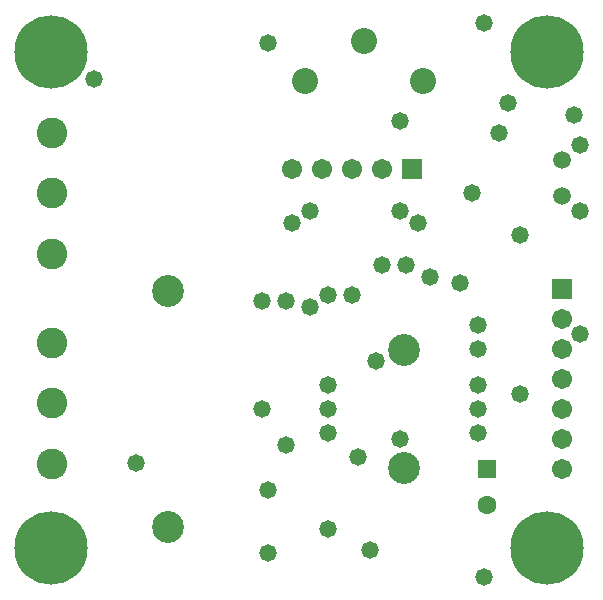
<source format=gts>
%FSLAX25Y25*%
%MOIN*%
G70*
G01*
G75*
G04 Layer_Color=8388736*
%ADD10C,0.02000*%
%ADD11C,0.03000*%
%ADD12C,0.10000*%
%ADD13C,0.05000*%
%ADD14C,0.07874*%
%ADD15C,0.09843*%
%ADD16C,0.05906*%
%ADD17R,0.05906X0.05906*%
%ADD18C,0.05118*%
%ADD19R,0.05512X0.05512*%
%ADD20C,0.05512*%
%ADD21C,0.23622*%
%ADD22R,0.05906X0.05906*%
%ADD23C,0.09449*%
%ADD24C,0.05000*%
%ADD25R,0.04724X0.05512*%
%ADD26R,0.05906X0.02362*%
%ADD27R,0.02362X0.05906*%
%ADD28R,0.04724X0.03543*%
%ADD29R,0.04803X0.03583*%
%ADD30R,0.23622X0.23622*%
%ADD31R,0.06299X0.11811*%
%ADD32R,0.03543X0.04724*%
%ADD33R,0.05512X0.04724*%
%ADD34R,0.06693X0.05512*%
%ADD35R,0.05512X0.06693*%
%ADD36R,0.03583X0.04803*%
%ADD37R,0.04370X0.03583*%
%ADD38R,0.05906X0.03150*%
%ADD39R,0.05512X0.12598*%
%ADD40R,0.12598X0.05512*%
%ADD41R,0.13386X0.07087*%
%ADD42C,0.01000*%
%ADD43C,0.08000*%
%ADD44C,0.12000*%
%ADD45C,0.00787*%
%ADD46C,0.00500*%
%ADD47C,0.00700*%
%ADD48C,0.08674*%
%ADD49C,0.10642*%
%ADD50C,0.06706*%
%ADD51R,0.06706X0.06706*%
%ADD52C,0.05918*%
%ADD53R,0.06312X0.06312*%
%ADD54C,0.06312*%
%ADD55C,0.24422*%
%ADD56R,0.06706X0.06706*%
%ADD57C,0.10249*%
%ADD58C,0.05800*%
D48*
X139685Y171307D02*
D03*
X120000Y184693D02*
D03*
X100315Y171307D02*
D03*
D49*
X133370Y42315D02*
D03*
Y81685D02*
D03*
X54630Y22630D02*
D03*
Y101370D02*
D03*
D50*
X186000Y42000D02*
D03*
Y52000D02*
D03*
Y62000D02*
D03*
Y72000D02*
D03*
Y92000D02*
D03*
Y82000D02*
D03*
X96000Y142000D02*
D03*
X106000D02*
D03*
X116000D02*
D03*
X126000D02*
D03*
D51*
X186000Y102000D02*
D03*
D52*
Y145102D02*
D03*
Y132898D02*
D03*
D53*
X161000Y41906D02*
D03*
D54*
Y30095D02*
D03*
D55*
X15748Y15748D02*
D03*
X181102D02*
D03*
X15748Y181102D02*
D03*
X181102D02*
D03*
D56*
X136000Y142000D02*
D03*
D57*
X16000Y43528D02*
D03*
Y84000D02*
D03*
Y64000D02*
D03*
Y113528D02*
D03*
Y154000D02*
D03*
Y134000D02*
D03*
D58*
X168000Y164000D02*
D03*
X96000Y124000D02*
D03*
X132000Y128000D02*
D03*
Y52000D02*
D03*
X118000Y46000D02*
D03*
X172000Y67000D02*
D03*
X192000Y87000D02*
D03*
X160000Y190598D02*
D03*
X142000Y106000D02*
D03*
X158000Y90000D02*
D03*
X156000Y134000D02*
D03*
X134000Y110000D02*
D03*
X132000Y158000D02*
D03*
X158000Y82000D02*
D03*
X102000Y128000D02*
D03*
X138000Y124000D02*
D03*
X152000Y104000D02*
D03*
X165000Y154000D02*
D03*
X172000Y120000D02*
D03*
X86000Y62000D02*
D03*
X94000Y98000D02*
D03*
X102000Y96000D02*
D03*
X116000Y100000D02*
D03*
X108000D02*
D03*
X126000Y110000D02*
D03*
X192000Y150000D02*
D03*
X190000Y160000D02*
D03*
X192000Y128000D02*
D03*
X86000Y98000D02*
D03*
X108000Y70000D02*
D03*
X122000Y15000D02*
D03*
X94000Y50000D02*
D03*
X124000Y78000D02*
D03*
X158000Y54000D02*
D03*
Y62000D02*
D03*
Y70000D02*
D03*
X108000Y62000D02*
D03*
Y54000D02*
D03*
X160000Y6000D02*
D03*
X88000Y184000D02*
D03*
Y35000D02*
D03*
Y14000D02*
D03*
X108000Y22000D02*
D03*
X30000Y172000D02*
D03*
X44000Y44000D02*
D03*
M02*

</source>
